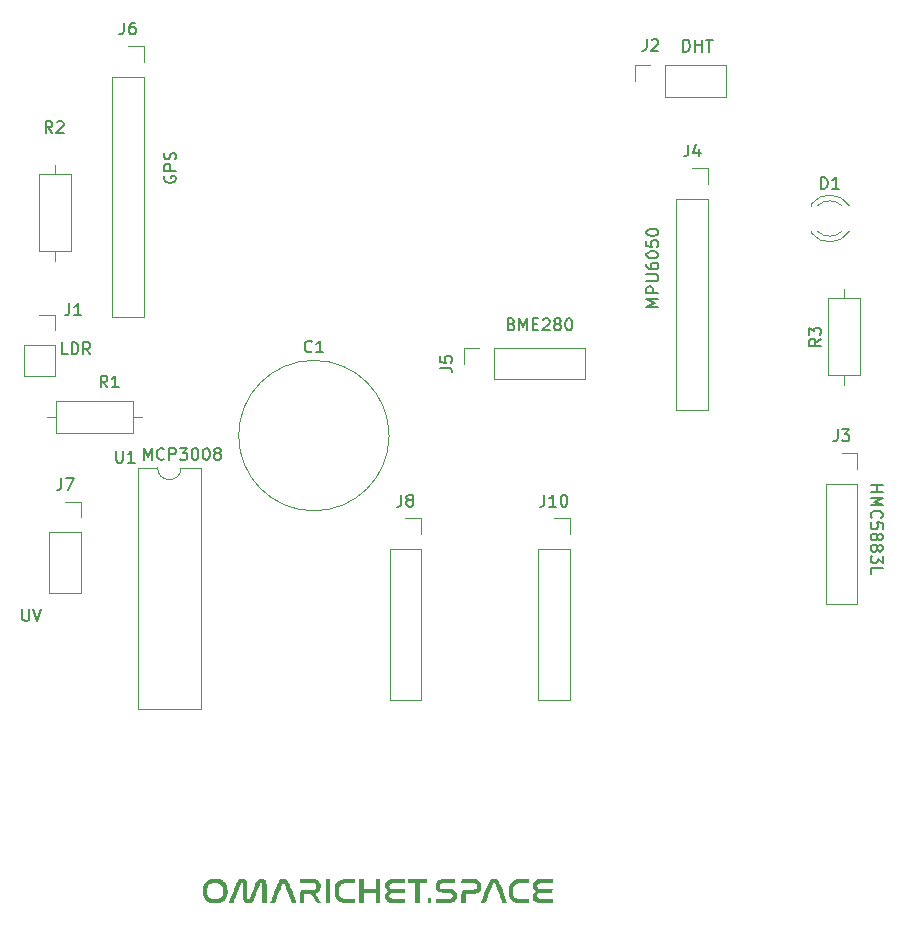
<source format=gbr>
%TF.GenerationSoftware,KiCad,Pcbnew,(6.0.7)*%
%TF.CreationDate,2023-02-02T11:58:54+03:00*%
%TF.ProjectId,Omarichet Sensor Shield 1.3,4f6d6172-6963-4686-9574-2053656e736f,rev?*%
%TF.SameCoordinates,Original*%
%TF.FileFunction,Legend,Top*%
%TF.FilePolarity,Positive*%
%FSLAX46Y46*%
G04 Gerber Fmt 4.6, Leading zero omitted, Abs format (unit mm)*
G04 Created by KiCad (PCBNEW (6.0.7)) date 2023-02-02 11:58:54*
%MOMM*%
%LPD*%
G01*
G04 APERTURE LIST*
%ADD10C,0.150000*%
%ADD11C,0.120000*%
G04 APERTURE END LIST*
D10*
X105201904Y-103942380D02*
X105201904Y-102942380D01*
X105535238Y-103656666D01*
X105868571Y-102942380D01*
X105868571Y-103942380D01*
X106916190Y-103847142D02*
X106868571Y-103894761D01*
X106725714Y-103942380D01*
X106630476Y-103942380D01*
X106487619Y-103894761D01*
X106392380Y-103799523D01*
X106344761Y-103704285D01*
X106297142Y-103513809D01*
X106297142Y-103370952D01*
X106344761Y-103180476D01*
X106392380Y-103085238D01*
X106487619Y-102990000D01*
X106630476Y-102942380D01*
X106725714Y-102942380D01*
X106868571Y-102990000D01*
X106916190Y-103037619D01*
X107344761Y-103942380D02*
X107344761Y-102942380D01*
X107725714Y-102942380D01*
X107820952Y-102990000D01*
X107868571Y-103037619D01*
X107916190Y-103132857D01*
X107916190Y-103275714D01*
X107868571Y-103370952D01*
X107820952Y-103418571D01*
X107725714Y-103466190D01*
X107344761Y-103466190D01*
X108249523Y-102942380D02*
X108868571Y-102942380D01*
X108535238Y-103323333D01*
X108678095Y-103323333D01*
X108773333Y-103370952D01*
X108820952Y-103418571D01*
X108868571Y-103513809D01*
X108868571Y-103751904D01*
X108820952Y-103847142D01*
X108773333Y-103894761D01*
X108678095Y-103942380D01*
X108392380Y-103942380D01*
X108297142Y-103894761D01*
X108249523Y-103847142D01*
X109487619Y-102942380D02*
X109582857Y-102942380D01*
X109678095Y-102990000D01*
X109725714Y-103037619D01*
X109773333Y-103132857D01*
X109820952Y-103323333D01*
X109820952Y-103561428D01*
X109773333Y-103751904D01*
X109725714Y-103847142D01*
X109678095Y-103894761D01*
X109582857Y-103942380D01*
X109487619Y-103942380D01*
X109392380Y-103894761D01*
X109344761Y-103847142D01*
X109297142Y-103751904D01*
X109249523Y-103561428D01*
X109249523Y-103323333D01*
X109297142Y-103132857D01*
X109344761Y-103037619D01*
X109392380Y-102990000D01*
X109487619Y-102942380D01*
X110440000Y-102942380D02*
X110535238Y-102942380D01*
X110630476Y-102990000D01*
X110678095Y-103037619D01*
X110725714Y-103132857D01*
X110773333Y-103323333D01*
X110773333Y-103561428D01*
X110725714Y-103751904D01*
X110678095Y-103847142D01*
X110630476Y-103894761D01*
X110535238Y-103942380D01*
X110440000Y-103942380D01*
X110344761Y-103894761D01*
X110297142Y-103847142D01*
X110249523Y-103751904D01*
X110201904Y-103561428D01*
X110201904Y-103323333D01*
X110249523Y-103132857D01*
X110297142Y-103037619D01*
X110344761Y-102990000D01*
X110440000Y-102942380D01*
X111344761Y-103370952D02*
X111249523Y-103323333D01*
X111201904Y-103275714D01*
X111154285Y-103180476D01*
X111154285Y-103132857D01*
X111201904Y-103037619D01*
X111249523Y-102990000D01*
X111344761Y-102942380D01*
X111535238Y-102942380D01*
X111630476Y-102990000D01*
X111678095Y-103037619D01*
X111725714Y-103132857D01*
X111725714Y-103180476D01*
X111678095Y-103275714D01*
X111630476Y-103323333D01*
X111535238Y-103370952D01*
X111344761Y-103370952D01*
X111249523Y-103418571D01*
X111201904Y-103466190D01*
X111154285Y-103561428D01*
X111154285Y-103751904D01*
X111201904Y-103847142D01*
X111249523Y-103894761D01*
X111344761Y-103942380D01*
X111535238Y-103942380D01*
X111630476Y-103894761D01*
X111678095Y-103847142D01*
X111725714Y-103751904D01*
X111725714Y-103561428D01*
X111678095Y-103466190D01*
X111630476Y-103418571D01*
X111535238Y-103370952D01*
X148752380Y-90951904D02*
X147752380Y-90951904D01*
X148466666Y-90618571D01*
X147752380Y-90285238D01*
X148752380Y-90285238D01*
X148752380Y-89809047D02*
X147752380Y-89809047D01*
X147752380Y-89428095D01*
X147800000Y-89332857D01*
X147847619Y-89285238D01*
X147942857Y-89237619D01*
X148085714Y-89237619D01*
X148180952Y-89285238D01*
X148228571Y-89332857D01*
X148276190Y-89428095D01*
X148276190Y-89809047D01*
X147752380Y-88809047D02*
X148561904Y-88809047D01*
X148657142Y-88761428D01*
X148704761Y-88713809D01*
X148752380Y-88618571D01*
X148752380Y-88428095D01*
X148704761Y-88332857D01*
X148657142Y-88285238D01*
X148561904Y-88237619D01*
X147752380Y-88237619D01*
X147752380Y-87332857D02*
X147752380Y-87523333D01*
X147800000Y-87618571D01*
X147847619Y-87666190D01*
X147990476Y-87761428D01*
X148180952Y-87809047D01*
X148561904Y-87809047D01*
X148657142Y-87761428D01*
X148704761Y-87713809D01*
X148752380Y-87618571D01*
X148752380Y-87428095D01*
X148704761Y-87332857D01*
X148657142Y-87285238D01*
X148561904Y-87237619D01*
X148323809Y-87237619D01*
X148228571Y-87285238D01*
X148180952Y-87332857D01*
X148133333Y-87428095D01*
X148133333Y-87618571D01*
X148180952Y-87713809D01*
X148228571Y-87761428D01*
X148323809Y-87809047D01*
X147752380Y-86618571D02*
X147752380Y-86523333D01*
X147800000Y-86428095D01*
X147847619Y-86380476D01*
X147942857Y-86332857D01*
X148133333Y-86285238D01*
X148371428Y-86285238D01*
X148561904Y-86332857D01*
X148657142Y-86380476D01*
X148704761Y-86428095D01*
X148752380Y-86523333D01*
X148752380Y-86618571D01*
X148704761Y-86713809D01*
X148657142Y-86761428D01*
X148561904Y-86809047D01*
X148371428Y-86856666D01*
X148133333Y-86856666D01*
X147942857Y-86809047D01*
X147847619Y-86761428D01*
X147800000Y-86713809D01*
X147752380Y-86618571D01*
X147752380Y-85380476D02*
X147752380Y-85856666D01*
X148228571Y-85904285D01*
X148180952Y-85856666D01*
X148133333Y-85761428D01*
X148133333Y-85523333D01*
X148180952Y-85428095D01*
X148228571Y-85380476D01*
X148323809Y-85332857D01*
X148561904Y-85332857D01*
X148657142Y-85380476D01*
X148704761Y-85428095D01*
X148752380Y-85523333D01*
X148752380Y-85761428D01*
X148704761Y-85856666D01*
X148657142Y-85904285D01*
X147752380Y-84713809D02*
X147752380Y-84618571D01*
X147800000Y-84523333D01*
X147847619Y-84475714D01*
X147942857Y-84428095D01*
X148133333Y-84380476D01*
X148371428Y-84380476D01*
X148561904Y-84428095D01*
X148657142Y-84475714D01*
X148704761Y-84523333D01*
X148752380Y-84618571D01*
X148752380Y-84713809D01*
X148704761Y-84809047D01*
X148657142Y-84856666D01*
X148561904Y-84904285D01*
X148371428Y-84951904D01*
X148133333Y-84951904D01*
X147942857Y-84904285D01*
X147847619Y-84856666D01*
X147800000Y-84809047D01*
X147752380Y-84713809D01*
X98759523Y-94992380D02*
X98283333Y-94992380D01*
X98283333Y-93992380D01*
X99092857Y-94992380D02*
X99092857Y-93992380D01*
X99330952Y-93992380D01*
X99473809Y-94040000D01*
X99569047Y-94135238D01*
X99616666Y-94230476D01*
X99664285Y-94420952D01*
X99664285Y-94563809D01*
X99616666Y-94754285D01*
X99569047Y-94849523D01*
X99473809Y-94944761D01*
X99330952Y-94992380D01*
X99092857Y-94992380D01*
X100664285Y-94992380D02*
X100330952Y-94516190D01*
X100092857Y-94992380D02*
X100092857Y-93992380D01*
X100473809Y-93992380D01*
X100569047Y-94040000D01*
X100616666Y-94087619D01*
X100664285Y-94182857D01*
X100664285Y-94325714D01*
X100616666Y-94420952D01*
X100569047Y-94468571D01*
X100473809Y-94516190D01*
X100092857Y-94516190D01*
X166747619Y-106083333D02*
X167747619Y-106083333D01*
X167271428Y-106083333D02*
X167271428Y-106654761D01*
X166747619Y-106654761D02*
X167747619Y-106654761D01*
X166747619Y-107130952D02*
X167747619Y-107130952D01*
X167033333Y-107464285D01*
X167747619Y-107797619D01*
X166747619Y-107797619D01*
X166842857Y-108845238D02*
X166795238Y-108797619D01*
X166747619Y-108654761D01*
X166747619Y-108559523D01*
X166795238Y-108416666D01*
X166890476Y-108321428D01*
X166985714Y-108273809D01*
X167176190Y-108226190D01*
X167319047Y-108226190D01*
X167509523Y-108273809D01*
X167604761Y-108321428D01*
X167700000Y-108416666D01*
X167747619Y-108559523D01*
X167747619Y-108654761D01*
X167700000Y-108797619D01*
X167652380Y-108845238D01*
X167747619Y-109750000D02*
X167747619Y-109273809D01*
X167271428Y-109226190D01*
X167319047Y-109273809D01*
X167366666Y-109369047D01*
X167366666Y-109607142D01*
X167319047Y-109702380D01*
X167271428Y-109750000D01*
X167176190Y-109797619D01*
X166938095Y-109797619D01*
X166842857Y-109750000D01*
X166795238Y-109702380D01*
X166747619Y-109607142D01*
X166747619Y-109369047D01*
X166795238Y-109273809D01*
X166842857Y-109226190D01*
X167319047Y-110369047D02*
X167366666Y-110273809D01*
X167414285Y-110226190D01*
X167509523Y-110178571D01*
X167557142Y-110178571D01*
X167652380Y-110226190D01*
X167700000Y-110273809D01*
X167747619Y-110369047D01*
X167747619Y-110559523D01*
X167700000Y-110654761D01*
X167652380Y-110702380D01*
X167557142Y-110750000D01*
X167509523Y-110750000D01*
X167414285Y-110702380D01*
X167366666Y-110654761D01*
X167319047Y-110559523D01*
X167319047Y-110369047D01*
X167271428Y-110273809D01*
X167223809Y-110226190D01*
X167128571Y-110178571D01*
X166938095Y-110178571D01*
X166842857Y-110226190D01*
X166795238Y-110273809D01*
X166747619Y-110369047D01*
X166747619Y-110559523D01*
X166795238Y-110654761D01*
X166842857Y-110702380D01*
X166938095Y-110750000D01*
X167128571Y-110750000D01*
X167223809Y-110702380D01*
X167271428Y-110654761D01*
X167319047Y-110559523D01*
X167319047Y-111321428D02*
X167366666Y-111226190D01*
X167414285Y-111178571D01*
X167509523Y-111130952D01*
X167557142Y-111130952D01*
X167652380Y-111178571D01*
X167700000Y-111226190D01*
X167747619Y-111321428D01*
X167747619Y-111511904D01*
X167700000Y-111607142D01*
X167652380Y-111654761D01*
X167557142Y-111702380D01*
X167509523Y-111702380D01*
X167414285Y-111654761D01*
X167366666Y-111607142D01*
X167319047Y-111511904D01*
X167319047Y-111321428D01*
X167271428Y-111226190D01*
X167223809Y-111178571D01*
X167128571Y-111130952D01*
X166938095Y-111130952D01*
X166842857Y-111178571D01*
X166795238Y-111226190D01*
X166747619Y-111321428D01*
X166747619Y-111511904D01*
X166795238Y-111607142D01*
X166842857Y-111654761D01*
X166938095Y-111702380D01*
X167128571Y-111702380D01*
X167223809Y-111654761D01*
X167271428Y-111607142D01*
X167319047Y-111511904D01*
X167747619Y-112035714D02*
X167747619Y-112654761D01*
X167366666Y-112321428D01*
X167366666Y-112464285D01*
X167319047Y-112559523D01*
X167271428Y-112607142D01*
X167176190Y-112654761D01*
X166938095Y-112654761D01*
X166842857Y-112607142D01*
X166795238Y-112559523D01*
X166747619Y-112464285D01*
X166747619Y-112178571D01*
X166795238Y-112083333D01*
X166842857Y-112035714D01*
X166747619Y-113559523D02*
X166747619Y-113083333D01*
X167747619Y-113083333D01*
X94925714Y-116582380D02*
X94925714Y-117391904D01*
X94973333Y-117487142D01*
X95020952Y-117534761D01*
X95116190Y-117582380D01*
X95306666Y-117582380D01*
X95401904Y-117534761D01*
X95449523Y-117487142D01*
X95497142Y-117391904D01*
X95497142Y-116582380D01*
X95830476Y-116582380D02*
X96163809Y-117582380D01*
X96497142Y-116582380D01*
X106975000Y-79914285D02*
X106927380Y-80009523D01*
X106927380Y-80152380D01*
X106975000Y-80295238D01*
X107070238Y-80390476D01*
X107165476Y-80438095D01*
X107355952Y-80485714D01*
X107498809Y-80485714D01*
X107689285Y-80438095D01*
X107784523Y-80390476D01*
X107879761Y-80295238D01*
X107927380Y-80152380D01*
X107927380Y-80057142D01*
X107879761Y-79914285D01*
X107832142Y-79866666D01*
X107498809Y-79866666D01*
X107498809Y-80057142D01*
X107927380Y-79438095D02*
X106927380Y-79438095D01*
X106927380Y-79057142D01*
X106975000Y-78961904D01*
X107022619Y-78914285D01*
X107117857Y-78866666D01*
X107260714Y-78866666D01*
X107355952Y-78914285D01*
X107403571Y-78961904D01*
X107451190Y-79057142D01*
X107451190Y-79438095D01*
X107879761Y-78485714D02*
X107927380Y-78342857D01*
X107927380Y-78104761D01*
X107879761Y-78009523D01*
X107832142Y-77961904D01*
X107736904Y-77914285D01*
X107641666Y-77914285D01*
X107546428Y-77961904D01*
X107498809Y-78009523D01*
X107451190Y-78104761D01*
X107403571Y-78295238D01*
X107355952Y-78390476D01*
X107308333Y-78438095D01*
X107213095Y-78485714D01*
X107117857Y-78485714D01*
X107022619Y-78438095D01*
X106975000Y-78390476D01*
X106927380Y-78295238D01*
X106927380Y-78057142D01*
X106975000Y-77914285D01*
X150878333Y-69367380D02*
X150878333Y-68367380D01*
X151116428Y-68367380D01*
X151259285Y-68415000D01*
X151354523Y-68510238D01*
X151402142Y-68605476D01*
X151449761Y-68795952D01*
X151449761Y-68938809D01*
X151402142Y-69129285D01*
X151354523Y-69224523D01*
X151259285Y-69319761D01*
X151116428Y-69367380D01*
X150878333Y-69367380D01*
X151878333Y-69367380D02*
X151878333Y-68367380D01*
X151878333Y-68843571D02*
X152449761Y-68843571D01*
X152449761Y-69367380D02*
X152449761Y-68367380D01*
X152783095Y-68367380D02*
X153354523Y-68367380D01*
X153068809Y-69367380D02*
X153068809Y-68367380D01*
X136329047Y-92438571D02*
X136471904Y-92486190D01*
X136519523Y-92533809D01*
X136567142Y-92629047D01*
X136567142Y-92771904D01*
X136519523Y-92867142D01*
X136471904Y-92914761D01*
X136376666Y-92962380D01*
X135995714Y-92962380D01*
X135995714Y-91962380D01*
X136329047Y-91962380D01*
X136424285Y-92010000D01*
X136471904Y-92057619D01*
X136519523Y-92152857D01*
X136519523Y-92248095D01*
X136471904Y-92343333D01*
X136424285Y-92390952D01*
X136329047Y-92438571D01*
X135995714Y-92438571D01*
X136995714Y-92962380D02*
X136995714Y-91962380D01*
X137329047Y-92676666D01*
X137662380Y-91962380D01*
X137662380Y-92962380D01*
X138138571Y-92438571D02*
X138471904Y-92438571D01*
X138614761Y-92962380D02*
X138138571Y-92962380D01*
X138138571Y-91962380D01*
X138614761Y-91962380D01*
X138995714Y-92057619D02*
X139043333Y-92010000D01*
X139138571Y-91962380D01*
X139376666Y-91962380D01*
X139471904Y-92010000D01*
X139519523Y-92057619D01*
X139567142Y-92152857D01*
X139567142Y-92248095D01*
X139519523Y-92390952D01*
X138948095Y-92962380D01*
X139567142Y-92962380D01*
X140138571Y-92390952D02*
X140043333Y-92343333D01*
X139995714Y-92295714D01*
X139948095Y-92200476D01*
X139948095Y-92152857D01*
X139995714Y-92057619D01*
X140043333Y-92010000D01*
X140138571Y-91962380D01*
X140329047Y-91962380D01*
X140424285Y-92010000D01*
X140471904Y-92057619D01*
X140519523Y-92152857D01*
X140519523Y-92200476D01*
X140471904Y-92295714D01*
X140424285Y-92343333D01*
X140329047Y-92390952D01*
X140138571Y-92390952D01*
X140043333Y-92438571D01*
X139995714Y-92486190D01*
X139948095Y-92581428D01*
X139948095Y-92771904D01*
X139995714Y-92867142D01*
X140043333Y-92914761D01*
X140138571Y-92962380D01*
X140329047Y-92962380D01*
X140424285Y-92914761D01*
X140471904Y-92867142D01*
X140519523Y-92771904D01*
X140519523Y-92581428D01*
X140471904Y-92486190D01*
X140424285Y-92438571D01*
X140329047Y-92390952D01*
X141138571Y-91962380D02*
X141233809Y-91962380D01*
X141329047Y-92010000D01*
X141376666Y-92057619D01*
X141424285Y-92152857D01*
X141471904Y-92343333D01*
X141471904Y-92581428D01*
X141424285Y-92771904D01*
X141376666Y-92867142D01*
X141329047Y-92914761D01*
X141233809Y-92962380D01*
X141138571Y-92962380D01*
X141043333Y-92914761D01*
X140995714Y-92867142D01*
X140948095Y-92771904D01*
X140900476Y-92581428D01*
X140900476Y-92343333D01*
X140948095Y-92152857D01*
X140995714Y-92057619D01*
X141043333Y-92010000D01*
X141138571Y-91962380D01*
%TO.C,D1*%
X162536904Y-80992380D02*
X162536904Y-79992380D01*
X162775000Y-79992380D01*
X162917857Y-80040000D01*
X163013095Y-80135238D01*
X163060714Y-80230476D01*
X163108333Y-80420952D01*
X163108333Y-80563809D01*
X163060714Y-80754285D01*
X163013095Y-80849523D01*
X162917857Y-80944761D01*
X162775000Y-80992380D01*
X162536904Y-80992380D01*
X164060714Y-80992380D02*
X163489285Y-80992380D01*
X163775000Y-80992380D02*
X163775000Y-79992380D01*
X163679761Y-80135238D01*
X163584523Y-80230476D01*
X163489285Y-80278095D01*
%TO.C,R2*%
X97463333Y-76272380D02*
X97130000Y-75796190D01*
X96891904Y-76272380D02*
X96891904Y-75272380D01*
X97272857Y-75272380D01*
X97368095Y-75320000D01*
X97415714Y-75367619D01*
X97463333Y-75462857D01*
X97463333Y-75605714D01*
X97415714Y-75700952D01*
X97368095Y-75748571D01*
X97272857Y-75796190D01*
X96891904Y-75796190D01*
X97844285Y-75367619D02*
X97891904Y-75320000D01*
X97987142Y-75272380D01*
X98225238Y-75272380D01*
X98320476Y-75320000D01*
X98368095Y-75367619D01*
X98415714Y-75462857D01*
X98415714Y-75558095D01*
X98368095Y-75700952D01*
X97796666Y-76272380D01*
X98415714Y-76272380D01*
%TO.C,U1*%
X102848095Y-103162380D02*
X102848095Y-103971904D01*
X102895714Y-104067142D01*
X102943333Y-104114761D01*
X103038571Y-104162380D01*
X103229047Y-104162380D01*
X103324285Y-104114761D01*
X103371904Y-104067142D01*
X103419523Y-103971904D01*
X103419523Y-103162380D01*
X104419523Y-104162380D02*
X103848095Y-104162380D01*
X104133809Y-104162380D02*
X104133809Y-103162380D01*
X104038571Y-103305238D01*
X103943333Y-103400476D01*
X103848095Y-103448095D01*
%TO.C,J7*%
X98201666Y-105497380D02*
X98201666Y-106211666D01*
X98154047Y-106354523D01*
X98058809Y-106449761D01*
X97915952Y-106497380D01*
X97820714Y-106497380D01*
X98582619Y-105497380D02*
X99249285Y-105497380D01*
X98820714Y-106497380D01*
%TO.C,C1*%
X119433333Y-94737142D02*
X119385714Y-94784761D01*
X119242857Y-94832380D01*
X119147619Y-94832380D01*
X119004761Y-94784761D01*
X118909523Y-94689523D01*
X118861904Y-94594285D01*
X118814285Y-94403809D01*
X118814285Y-94260952D01*
X118861904Y-94070476D01*
X118909523Y-93975238D01*
X119004761Y-93880000D01*
X119147619Y-93832380D01*
X119242857Y-93832380D01*
X119385714Y-93880000D01*
X119433333Y-93927619D01*
X120385714Y-94832380D02*
X119814285Y-94832380D01*
X120100000Y-94832380D02*
X120100000Y-93832380D01*
X120004761Y-93975238D01*
X119909523Y-94070476D01*
X119814285Y-94118095D01*
%TO.C,J1*%
X98896666Y-90682380D02*
X98896666Y-91396666D01*
X98849047Y-91539523D01*
X98753809Y-91634761D01*
X98610952Y-91682380D01*
X98515714Y-91682380D01*
X99896666Y-91682380D02*
X99325238Y-91682380D01*
X99610952Y-91682380D02*
X99610952Y-90682380D01*
X99515714Y-90825238D01*
X99420476Y-90920476D01*
X99325238Y-90968095D01*
%TO.C,J5*%
X130292380Y-96128333D02*
X131006666Y-96128333D01*
X131149523Y-96175952D01*
X131244761Y-96271190D01*
X131292380Y-96414047D01*
X131292380Y-96509285D01*
X130292380Y-95175952D02*
X130292380Y-95652142D01*
X130768571Y-95699761D01*
X130720952Y-95652142D01*
X130673333Y-95556904D01*
X130673333Y-95318809D01*
X130720952Y-95223571D01*
X130768571Y-95175952D01*
X130863809Y-95128333D01*
X131101904Y-95128333D01*
X131197142Y-95175952D01*
X131244761Y-95223571D01*
X131292380Y-95318809D01*
X131292380Y-95556904D01*
X131244761Y-95652142D01*
X131197142Y-95699761D01*
%TO.C,J4*%
X151291666Y-77247380D02*
X151291666Y-77961666D01*
X151244047Y-78104523D01*
X151148809Y-78199761D01*
X151005952Y-78247380D01*
X150910714Y-78247380D01*
X152196428Y-77580714D02*
X152196428Y-78247380D01*
X151958333Y-77199761D02*
X151720238Y-77914047D01*
X152339285Y-77914047D01*
%TO.C,J2*%
X147771666Y-68307380D02*
X147771666Y-69021666D01*
X147724047Y-69164523D01*
X147628809Y-69259761D01*
X147485952Y-69307380D01*
X147390714Y-69307380D01*
X148200238Y-68402619D02*
X148247857Y-68355000D01*
X148343095Y-68307380D01*
X148581190Y-68307380D01*
X148676428Y-68355000D01*
X148724047Y-68402619D01*
X148771666Y-68497857D01*
X148771666Y-68593095D01*
X148724047Y-68735952D01*
X148152619Y-69307380D01*
X148771666Y-69307380D01*
%TO.C,J10*%
X139115476Y-106887380D02*
X139115476Y-107601666D01*
X139067857Y-107744523D01*
X138972619Y-107839761D01*
X138829761Y-107887380D01*
X138734523Y-107887380D01*
X140115476Y-107887380D02*
X139544047Y-107887380D01*
X139829761Y-107887380D02*
X139829761Y-106887380D01*
X139734523Y-107030238D01*
X139639285Y-107125476D01*
X139544047Y-107173095D01*
X140734523Y-106887380D02*
X140829761Y-106887380D01*
X140925000Y-106935000D01*
X140972619Y-106982619D01*
X141020238Y-107077857D01*
X141067857Y-107268333D01*
X141067857Y-107506428D01*
X141020238Y-107696904D01*
X140972619Y-107792142D01*
X140925000Y-107839761D01*
X140829761Y-107887380D01*
X140734523Y-107887380D01*
X140639285Y-107839761D01*
X140591666Y-107792142D01*
X140544047Y-107696904D01*
X140496428Y-107506428D01*
X140496428Y-107268333D01*
X140544047Y-107077857D01*
X140591666Y-106982619D01*
X140639285Y-106935000D01*
X140734523Y-106887380D01*
%TO.C,J3*%
X163941666Y-101362380D02*
X163941666Y-102076666D01*
X163894047Y-102219523D01*
X163798809Y-102314761D01*
X163655952Y-102362380D01*
X163560714Y-102362380D01*
X164322619Y-101362380D02*
X164941666Y-101362380D01*
X164608333Y-101743333D01*
X164751190Y-101743333D01*
X164846428Y-101790952D01*
X164894047Y-101838571D01*
X164941666Y-101933809D01*
X164941666Y-102171904D01*
X164894047Y-102267142D01*
X164846428Y-102314761D01*
X164751190Y-102362380D01*
X164465476Y-102362380D01*
X164370238Y-102314761D01*
X164322619Y-102267142D01*
%TO.C,J8*%
X127006666Y-106892380D02*
X127006666Y-107606666D01*
X126959047Y-107749523D01*
X126863809Y-107844761D01*
X126720952Y-107892380D01*
X126625714Y-107892380D01*
X127625714Y-107320952D02*
X127530476Y-107273333D01*
X127482857Y-107225714D01*
X127435238Y-107130476D01*
X127435238Y-107082857D01*
X127482857Y-106987619D01*
X127530476Y-106940000D01*
X127625714Y-106892380D01*
X127816190Y-106892380D01*
X127911428Y-106940000D01*
X127959047Y-106987619D01*
X128006666Y-107082857D01*
X128006666Y-107130476D01*
X127959047Y-107225714D01*
X127911428Y-107273333D01*
X127816190Y-107320952D01*
X127625714Y-107320952D01*
X127530476Y-107368571D01*
X127482857Y-107416190D01*
X127435238Y-107511428D01*
X127435238Y-107701904D01*
X127482857Y-107797142D01*
X127530476Y-107844761D01*
X127625714Y-107892380D01*
X127816190Y-107892380D01*
X127911428Y-107844761D01*
X127959047Y-107797142D01*
X128006666Y-107701904D01*
X128006666Y-107511428D01*
X127959047Y-107416190D01*
X127911428Y-107368571D01*
X127816190Y-107320952D01*
%TO.C,R1*%
X102113333Y-97802380D02*
X101780000Y-97326190D01*
X101541904Y-97802380D02*
X101541904Y-96802380D01*
X101922857Y-96802380D01*
X102018095Y-96850000D01*
X102065714Y-96897619D01*
X102113333Y-96992857D01*
X102113333Y-97135714D01*
X102065714Y-97230952D01*
X102018095Y-97278571D01*
X101922857Y-97326190D01*
X101541904Y-97326190D01*
X103065714Y-97802380D02*
X102494285Y-97802380D01*
X102780000Y-97802380D02*
X102780000Y-96802380D01*
X102684761Y-96945238D01*
X102589523Y-97040476D01*
X102494285Y-97088095D01*
%TO.C,R3*%
X162542380Y-93686666D02*
X162066190Y-94020000D01*
X162542380Y-94258095D02*
X161542380Y-94258095D01*
X161542380Y-93877142D01*
X161590000Y-93781904D01*
X161637619Y-93734285D01*
X161732857Y-93686666D01*
X161875714Y-93686666D01*
X161970952Y-93734285D01*
X162018571Y-93781904D01*
X162066190Y-93877142D01*
X162066190Y-94258095D01*
X161542380Y-93353333D02*
X161542380Y-92734285D01*
X161923333Y-93067619D01*
X161923333Y-92924761D01*
X161970952Y-92829523D01*
X162018571Y-92781904D01*
X162113809Y-92734285D01*
X162351904Y-92734285D01*
X162447142Y-92781904D01*
X162494761Y-92829523D01*
X162542380Y-92924761D01*
X162542380Y-93210476D01*
X162494761Y-93305714D01*
X162447142Y-93353333D01*
%TO.C,J6*%
X103521666Y-66912380D02*
X103521666Y-67626666D01*
X103474047Y-67769523D01*
X103378809Y-67864761D01*
X103235952Y-67912380D01*
X103140714Y-67912380D01*
X104426428Y-66912380D02*
X104235952Y-66912380D01*
X104140714Y-66960000D01*
X104093095Y-67007619D01*
X103997857Y-67150476D01*
X103950238Y-67340952D01*
X103950238Y-67721904D01*
X103997857Y-67817142D01*
X104045476Y-67864761D01*
X104140714Y-67912380D01*
X104331190Y-67912380D01*
X104426428Y-67864761D01*
X104474047Y-67817142D01*
X104521666Y-67721904D01*
X104521666Y-67483809D01*
X104474047Y-67388571D01*
X104426428Y-67340952D01*
X104331190Y-67293333D01*
X104140714Y-67293333D01*
X104045476Y-67340952D01*
X103997857Y-67388571D01*
X103950238Y-67483809D01*
D11*
%TO.C,D1*%
X161715000Y-84580000D02*
X161715000Y-84736000D01*
X161715000Y-82264000D02*
X161715000Y-82420000D01*
X164947335Y-82421392D02*
G75*
G03*
X161715000Y-82264484I-1672335J-1078608D01*
G01*
X164316130Y-82420163D02*
G75*
G03*
X162234039Y-82420000I-1041130J-1079837D01*
G01*
X162234039Y-84580000D02*
G75*
G03*
X164316130Y-84579837I1040961J1080000D01*
G01*
X161715000Y-84735516D02*
G75*
G03*
X164947335Y-84578608I1560000J1235516D01*
G01*
%TO.C,R2*%
X99060000Y-79750000D02*
X96320000Y-79750000D01*
X97690000Y-87060000D02*
X97690000Y-86290000D01*
X99060000Y-86290000D02*
X99060000Y-79750000D01*
X96320000Y-79750000D02*
X96320000Y-86290000D01*
X96320000Y-86290000D02*
X99060000Y-86290000D01*
X97690000Y-78980000D02*
X97690000Y-79750000D01*
%TO.C,U1*%
X110010000Y-104605000D02*
X108360000Y-104605000D01*
X110010000Y-125045000D02*
X110010000Y-104605000D01*
X106360000Y-104605000D02*
X104710000Y-104605000D01*
X104710000Y-125045000D02*
X110010000Y-125045000D01*
X104710000Y-104605000D02*
X104710000Y-125045000D01*
X106360000Y-104605000D02*
G75*
G03*
X108360000Y-104605000I1000000J0D01*
G01*
%TO.C,J7*%
X99865000Y-110085000D02*
X99865000Y-115225000D01*
X97205000Y-115225000D02*
X99865000Y-115225000D01*
X97205000Y-110085000D02*
X97205000Y-115225000D01*
X98535000Y-107485000D02*
X99865000Y-107485000D01*
X97205000Y-110085000D02*
X99865000Y-110085000D01*
X99865000Y-107485000D02*
X99865000Y-108815000D01*
%TO.C,C1*%
X125970000Y-101880000D02*
G75*
G03*
X125970000Y-101880000I-6370000J0D01*
G01*
%TO.C,J1*%
X96360000Y-91640000D02*
X97690000Y-91640000D01*
X95030000Y-96840000D02*
X97690000Y-96840000D01*
X95030000Y-94240000D02*
X95030000Y-96840000D01*
X95030000Y-94240000D02*
X97690000Y-94240000D01*
X97690000Y-94240000D02*
X97690000Y-96840000D01*
X97690000Y-91640000D02*
X97690000Y-92970000D01*
%TO.C,J5*%
X134880000Y-97125000D02*
X142560000Y-97125000D01*
X132280000Y-94465000D02*
X133610000Y-94465000D01*
X142560000Y-97125000D02*
X142560000Y-94465000D01*
X134880000Y-97125000D02*
X134880000Y-94465000D01*
X132280000Y-95795000D02*
X132280000Y-94465000D01*
X134880000Y-94465000D02*
X142560000Y-94465000D01*
%TO.C,G\u002A\u002A\u002A*%
G36*
X127304977Y-139782586D02*
G01*
X126751504Y-139782586D01*
X126553604Y-139783360D01*
X126397133Y-139786335D01*
X126276626Y-139792488D01*
X126186623Y-139802796D01*
X126121659Y-139818238D01*
X126076273Y-139839792D01*
X126045002Y-139868434D01*
X126022383Y-139905142D01*
X126018292Y-139913813D01*
X125991436Y-140017862D01*
X126003989Y-140113932D01*
X126052222Y-140192646D01*
X126132410Y-140244624D01*
X126152310Y-140251086D01*
X126200351Y-140258002D01*
X126287232Y-140264139D01*
X126404887Y-140269183D01*
X126545251Y-140272824D01*
X126700259Y-140274751D01*
X126771413Y-140274976D01*
X127304977Y-140275107D01*
X127304977Y-140574688D01*
X126731650Y-140583535D01*
X126551876Y-140586533D01*
X126412872Y-140589655D01*
X126308502Y-140593452D01*
X126232630Y-140598477D01*
X126179121Y-140605283D01*
X126141841Y-140614421D01*
X126114654Y-140626444D01*
X126092546Y-140641071D01*
X126012944Y-140721139D01*
X125978917Y-140810643D01*
X125988978Y-140908882D01*
X126005914Y-140959124D01*
X126026777Y-140998749D01*
X126056977Y-141029100D01*
X126101926Y-141051523D01*
X126167037Y-141067361D01*
X126257721Y-141077960D01*
X126379390Y-141084663D01*
X126537455Y-141088814D01*
X126724506Y-141091598D01*
X127304977Y-141098947D01*
X127304977Y-141447775D01*
X126712780Y-141445419D01*
X126545580Y-141443951D01*
X126389452Y-141441072D01*
X126251957Y-141437040D01*
X126140653Y-141432114D01*
X126063099Y-141426551D01*
X126031870Y-141422174D01*
X125879026Y-141365352D01*
X125759371Y-141276075D01*
X125674871Y-141156891D01*
X125627492Y-141010350D01*
X125617495Y-140884894D01*
X125638463Y-140729348D01*
X125698288Y-140599547D01*
X125776425Y-140512587D01*
X125869057Y-140433447D01*
X125768600Y-140336687D01*
X125678612Y-140220770D01*
X125628246Y-140090987D01*
X125615489Y-139955079D01*
X125638330Y-139820791D01*
X125694758Y-139695864D01*
X125782761Y-139588043D01*
X125900328Y-139505069D01*
X125994448Y-139467289D01*
X126045025Y-139455245D01*
X126109575Y-139446006D01*
X126194212Y-139439261D01*
X126305049Y-139434697D01*
X126448200Y-139432005D01*
X126629778Y-139430872D01*
X126711173Y-139430785D01*
X127304977Y-139430785D01*
X127304977Y-139782586D01*
G37*
G36*
X113672118Y-139416374D02*
G01*
X113788670Y-139463603D01*
X113879171Y-139535620D01*
X113895975Y-139556807D01*
X113910677Y-139578984D01*
X113922458Y-139603374D01*
X113931757Y-139635347D01*
X113939010Y-139680277D01*
X113944656Y-139743535D01*
X113949131Y-139830493D01*
X113952874Y-139946524D01*
X113956321Y-140096999D01*
X113959910Y-140287291D01*
X113961155Y-140357193D01*
X113964477Y-140536759D01*
X113967783Y-140700521D01*
X113970936Y-140842789D01*
X113973798Y-140957872D01*
X113976233Y-141040080D01*
X113978105Y-141083722D01*
X113978745Y-141089286D01*
X114000524Y-141102920D01*
X114030370Y-141119428D01*
X114056897Y-141131072D01*
X114081813Y-141133996D01*
X114106745Y-141124938D01*
X114133320Y-141100640D01*
X114163165Y-141057840D01*
X114197908Y-140993279D01*
X114239174Y-140903697D01*
X114288592Y-140785833D01*
X114347787Y-140636427D01*
X114418388Y-140452220D01*
X114502020Y-140229950D01*
X114584172Y-140009728D01*
X114656493Y-139824131D01*
X114721897Y-139679290D01*
X114784835Y-139570449D01*
X114849756Y-139492857D01*
X114921110Y-139441759D01*
X115003347Y-139412401D01*
X115100917Y-139400029D01*
X115156132Y-139398728D01*
X115308083Y-139416076D01*
X115430709Y-139467026D01*
X115521427Y-139549936D01*
X115577651Y-139663164D01*
X115578852Y-139667272D01*
X115584400Y-139709963D01*
X115589407Y-139794190D01*
X115593741Y-139914583D01*
X115597270Y-140065774D01*
X115599862Y-140242394D01*
X115601385Y-140439073D01*
X115601746Y-140597436D01*
X115601746Y-141447775D01*
X115249945Y-141447775D01*
X115249945Y-140628582D01*
X115249727Y-140407547D01*
X115248938Y-140228771D01*
X115247379Y-140087607D01*
X115244851Y-139979409D01*
X115241151Y-139899530D01*
X115236082Y-139843325D01*
X115229442Y-139806146D01*
X115221032Y-139783348D01*
X115213090Y-139772534D01*
X115169904Y-139742630D01*
X115144405Y-139735679D01*
X115124467Y-139737425D01*
X115105561Y-139745154D01*
X115085979Y-139762602D01*
X115064015Y-139793506D01*
X115037961Y-139841601D01*
X115006112Y-139910624D01*
X114966759Y-140004312D01*
X114918196Y-140126401D01*
X114858716Y-140280627D01*
X114786613Y-140470727D01*
X114700179Y-140700436D01*
X114684115Y-140743219D01*
X114614419Y-140926250D01*
X114556710Y-141070421D01*
X114507954Y-141181311D01*
X114465119Y-141264497D01*
X114425170Y-141325557D01*
X114385076Y-141370068D01*
X114341803Y-141403609D01*
X114316780Y-141418710D01*
X114202222Y-141460440D01*
X114068733Y-141474483D01*
X113934577Y-141461053D01*
X113818020Y-141420361D01*
X113804547Y-141412742D01*
X113758201Y-141383452D01*
X113720914Y-141353498D01*
X113691656Y-141317642D01*
X113669395Y-141270648D01*
X113653098Y-141207278D01*
X113641736Y-141122296D01*
X113634275Y-141010465D01*
X113629685Y-140866547D01*
X113626934Y-140685306D01*
X113625309Y-140502782D01*
X113623352Y-140292672D01*
X113620660Y-140124765D01*
X113616557Y-139994354D01*
X113610368Y-139896735D01*
X113601415Y-139827203D01*
X113589025Y-139781053D01*
X113572521Y-139753580D01*
X113551229Y-139740079D01*
X113524471Y-139735846D01*
X113515159Y-139735679D01*
X113498095Y-139736716D01*
X113481829Y-139741860D01*
X113465070Y-139754158D01*
X113446526Y-139776660D01*
X113424907Y-139812414D01*
X113398922Y-139864468D01*
X113367278Y-139935870D01*
X113328686Y-140029669D01*
X113281852Y-140148914D01*
X113225487Y-140296652D01*
X113158300Y-140475933D01*
X113078998Y-140689804D01*
X112986290Y-140941315D01*
X112878886Y-141233513D01*
X112866949Y-141266011D01*
X112800184Y-141447775D01*
X112417228Y-141447775D01*
X112591717Y-140984571D01*
X112657894Y-140808212D01*
X112731432Y-140611096D01*
X112805964Y-140410369D01*
X112875119Y-140223172D01*
X112920636Y-140099206D01*
X112988998Y-139916609D01*
X113046913Y-139773194D01*
X113097598Y-139663270D01*
X113144268Y-139581148D01*
X113190140Y-139521136D01*
X113238429Y-139477544D01*
X113289768Y-139446004D01*
X113410307Y-139405315D01*
X113541878Y-139396191D01*
X113672118Y-139416374D01*
G37*
G36*
X137788634Y-139779249D02*
G01*
X137290250Y-139786781D01*
X137118893Y-139789881D01*
X136987785Y-139793704D01*
X136890269Y-139798817D01*
X136819686Y-139805786D01*
X136769379Y-139815175D01*
X136732690Y-139827552D01*
X136716393Y-139835570D01*
X136611106Y-139911219D01*
X136534328Y-140010076D01*
X136483806Y-140137282D01*
X136457288Y-140297976D01*
X136451792Y-140439280D01*
X136463058Y-140631708D01*
X136497935Y-140786216D01*
X136558038Y-140906312D01*
X136644983Y-140995506D01*
X136730730Y-141045110D01*
X136771392Y-141058842D01*
X136828497Y-141069535D01*
X136908432Y-141077704D01*
X137017583Y-141083870D01*
X137162336Y-141088550D01*
X137301976Y-141091465D01*
X137788634Y-141100074D01*
X137788634Y-141447775D01*
X137301976Y-141445678D01*
X137101850Y-141443169D01*
X136936972Y-141437633D01*
X136810839Y-141429256D01*
X136726948Y-141418224D01*
X136709779Y-141414214D01*
X136524318Y-141340519D01*
X136369397Y-141231858D01*
X136246802Y-141089804D01*
X136165800Y-140935251D01*
X136145079Y-140878712D01*
X136130520Y-140823180D01*
X136121068Y-140758775D01*
X136115667Y-140675614D01*
X136113259Y-140563816D01*
X136112778Y-140439280D01*
X136113435Y-140296100D01*
X136116137Y-140189830D01*
X136121981Y-140110485D01*
X136132063Y-140048078D01*
X136147481Y-139992623D01*
X136167851Y-139937828D01*
X136250510Y-139783710D01*
X136363757Y-139648702D01*
X136477380Y-139558431D01*
X136548059Y-139518026D01*
X136621055Y-139486894D01*
X136703653Y-139463907D01*
X136803137Y-139447934D01*
X136926794Y-139437845D01*
X137081906Y-139432510D01*
X137275759Y-139430801D01*
X137300370Y-139430785D01*
X137788634Y-139430785D01*
X137788634Y-139779249D01*
G37*
G36*
X139829077Y-139782586D02*
G01*
X139277170Y-139782586D01*
X139077441Y-139783442D01*
X138919207Y-139786567D01*
X138797076Y-139792794D01*
X138705659Y-139802954D01*
X138639564Y-139817881D01*
X138593402Y-139838409D01*
X138561781Y-139865369D01*
X138541030Y-139896325D01*
X138519908Y-139970172D01*
X138518182Y-140059852D01*
X138534966Y-140141980D01*
X138551560Y-140175163D01*
X138579497Y-140205234D01*
X138619869Y-140228807D01*
X138678045Y-140246613D01*
X138759394Y-140259384D01*
X138869284Y-140267850D01*
X139013083Y-140272741D01*
X139196159Y-140274788D01*
X139284858Y-140274976D01*
X139807767Y-140275107D01*
X139800832Y-140428863D01*
X139793897Y-140582620D01*
X139242743Y-140587474D01*
X139045835Y-140589853D01*
X138890407Y-140594010D01*
X138771034Y-140601267D01*
X138682290Y-140612950D01*
X138618750Y-140630383D01*
X138574989Y-140654890D01*
X138545583Y-140687795D01*
X138525106Y-140730423D01*
X138513563Y-140765473D01*
X138498796Y-140833661D01*
X138506073Y-140890154D01*
X138530252Y-140947100D01*
X138553879Y-140989451D01*
X138582341Y-141022777D01*
X138621196Y-141048168D01*
X138676005Y-141066712D01*
X138752325Y-141079497D01*
X138855717Y-141087612D01*
X138991739Y-141092146D01*
X139165950Y-141094187D01*
X139283786Y-141094651D01*
X139829077Y-141095975D01*
X139829077Y-141447775D01*
X139236880Y-141446192D01*
X139006880Y-141444234D01*
X138819573Y-141439735D01*
X138676095Y-141432743D01*
X138577582Y-141423309D01*
X138537982Y-141415832D01*
X138382654Y-141354237D01*
X138262483Y-141262287D01*
X138192997Y-141170157D01*
X138156661Y-141099886D01*
X138137352Y-141033472D01*
X138130442Y-140950761D01*
X138130194Y-140896621D01*
X138140296Y-140763441D01*
X138172019Y-140660296D01*
X138231640Y-140572894D01*
X138301567Y-140506441D01*
X138392631Y-140429988D01*
X138304317Y-140366013D01*
X138217454Y-140277742D01*
X138164019Y-140161515D01*
X138142915Y-140014325D01*
X138144163Y-139927808D01*
X138165662Y-139782400D01*
X138215314Y-139669434D01*
X138298749Y-139580209D01*
X138414816Y-139509319D01*
X138550868Y-139442512D01*
X139189973Y-139435270D01*
X139829077Y-139428028D01*
X139829077Y-139782586D01*
G37*
G36*
X119055254Y-139430916D02*
G01*
X119264089Y-139431557D01*
X119432095Y-139433888D01*
X119565343Y-139438666D01*
X119669903Y-139446651D01*
X119751844Y-139458602D01*
X119817235Y-139475276D01*
X119872146Y-139497432D01*
X119922647Y-139525830D01*
X119947965Y-139542486D01*
X120048248Y-139637845D01*
X120121370Y-139763686D01*
X120164874Y-139910616D01*
X120176304Y-140069243D01*
X120153205Y-140230176D01*
X120139734Y-140275827D01*
X120095349Y-140370149D01*
X120029562Y-140463729D01*
X119953066Y-140544542D01*
X119876551Y-140600560D01*
X119836500Y-140616920D01*
X119791911Y-140635746D01*
X119776446Y-140654997D01*
X119787754Y-140681752D01*
X119819165Y-140742006D01*
X119866905Y-140828884D01*
X119927200Y-140935507D01*
X119990615Y-141045299D01*
X120059675Y-141163756D01*
X120120594Y-141268290D01*
X120169421Y-141352119D01*
X120202206Y-141408458D01*
X120214806Y-141430185D01*
X120197931Y-141438144D01*
X120144275Y-141444226D01*
X120063956Y-141447479D01*
X120028237Y-141447775D01*
X119831647Y-141447775D01*
X119602307Y-141060795D01*
X119372967Y-140673814D01*
X118791404Y-140673814D01*
X118791404Y-141447775D01*
X118439603Y-141447775D01*
X118439949Y-140984571D01*
X118440776Y-140808610D01*
X118443916Y-140673209D01*
X118450806Y-140572030D01*
X118462879Y-140498734D01*
X118481571Y-140446984D01*
X118508316Y-140410440D01*
X118544551Y-140382764D01*
X118580650Y-140363093D01*
X118614295Y-140349119D01*
X118656411Y-140338655D01*
X118713807Y-140331217D01*
X118793296Y-140326324D01*
X118901686Y-140323493D01*
X119045789Y-140322243D01*
X119160425Y-140322050D01*
X119658439Y-140322013D01*
X119732182Y-140256124D01*
X119781431Y-140201771D01*
X119807183Y-140139230D01*
X119817301Y-140071846D01*
X119821057Y-139996177D01*
X119809651Y-139944725D01*
X119776479Y-139895589D01*
X119757613Y-139873885D01*
X119686550Y-139794313D01*
X119063076Y-139787356D01*
X118439603Y-139780399D01*
X118439603Y-139430785D01*
X119055254Y-139430916D01*
G37*
G36*
X129556501Y-141447775D02*
G01*
X129228154Y-141447775D01*
X129228154Y-141049068D01*
X129556501Y-141049068D01*
X129556501Y-141447775D01*
G37*
G36*
X135041306Y-139414726D02*
G01*
X135158127Y-139469431D01*
X135216863Y-139520591D01*
X135234257Y-139552179D01*
X135266226Y-139622845D01*
X135310802Y-139727772D01*
X135366021Y-139862145D01*
X135429917Y-140021146D01*
X135500523Y-140199960D01*
X135575873Y-140393771D01*
X135617538Y-140502171D01*
X135975043Y-141436048D01*
X135787574Y-141442920D01*
X135697610Y-141443957D01*
X135626248Y-141440574D01*
X135586015Y-141433487D01*
X135582261Y-141431193D01*
X135570220Y-141405643D01*
X135543837Y-141341150D01*
X135505061Y-141242758D01*
X135455844Y-141115509D01*
X135398136Y-140964447D01*
X135333890Y-140794615D01*
X135266595Y-140615180D01*
X135197580Y-140431299D01*
X135132929Y-140260777D01*
X135074638Y-140108749D01*
X135024705Y-139980348D01*
X134985123Y-139880707D01*
X134957890Y-139814962D01*
X134945176Y-139788449D01*
X134899943Y-139763509D01*
X134841189Y-139762731D01*
X134794940Y-139786114D01*
X134793003Y-139788449D01*
X134778919Y-139817066D01*
X134750208Y-139883692D01*
X134709207Y-139982606D01*
X134658255Y-140108087D01*
X134599690Y-140254414D01*
X134535851Y-140415863D01*
X134517453Y-140462734D01*
X134449381Y-140636180D01*
X134383287Y-140804103D01*
X134322118Y-140959056D01*
X134268818Y-141093594D01*
X134226332Y-141200270D01*
X134197605Y-141271639D01*
X134195115Y-141277738D01*
X134125531Y-141447775D01*
X133731581Y-141447775D01*
X133771300Y-141348098D01*
X133902948Y-141017500D01*
X134018376Y-140727648D01*
X134118962Y-140475807D01*
X134206084Y-140259242D01*
X134281118Y-140075217D01*
X134345444Y-139920999D01*
X134400438Y-139793852D01*
X134447479Y-139691041D01*
X134487944Y-139609831D01*
X134523210Y-139547487D01*
X134554656Y-139501275D01*
X134583659Y-139468460D01*
X134611597Y-139446305D01*
X134639847Y-139432078D01*
X134669788Y-139423042D01*
X134702796Y-139416463D01*
X134740250Y-139409606D01*
X134748654Y-139407907D01*
X134902083Y-139393561D01*
X135041306Y-139414726D01*
G37*
G36*
X129157794Y-139782586D02*
G01*
X128548006Y-139782586D01*
X128548006Y-141447775D01*
X128196205Y-141447775D01*
X128196205Y-139782586D01*
X127609871Y-139782586D01*
X127609871Y-139430785D01*
X129157794Y-139430785D01*
X129157794Y-139782586D01*
G37*
G36*
X125195339Y-139442512D02*
G01*
X125200620Y-140445144D01*
X125205901Y-141447775D01*
X124865827Y-141447775D01*
X124865827Y-140603454D01*
X123833879Y-140603454D01*
X123833879Y-141447775D01*
X123458625Y-141447775D01*
X123458625Y-139430785D01*
X123833879Y-139430785D01*
X123833879Y-140251653D01*
X124865827Y-140251653D01*
X124865827Y-139428730D01*
X125195339Y-139442512D01*
G37*
G36*
X120925661Y-141447775D02*
G01*
X120597313Y-141447775D01*
X120597313Y-139430785D01*
X120925661Y-139430785D01*
X120925661Y-141447775D01*
G37*
G36*
X110217599Y-140235151D02*
G01*
X110249956Y-140058287D01*
X110307498Y-139893186D01*
X110314821Y-139876572D01*
X110404196Y-139725928D01*
X110525477Y-139605556D01*
X110683909Y-139510280D01*
X110688265Y-139508234D01*
X110740759Y-139484509D01*
X110787035Y-139467311D01*
X110835892Y-139455591D01*
X110896130Y-139448301D01*
X110976548Y-139444391D01*
X111085947Y-139442811D01*
X111233127Y-139442512D01*
X111239419Y-139442512D01*
X111426652Y-139444294D01*
X111575020Y-139451104D01*
X111692479Y-139465143D01*
X111786987Y-139488608D01*
X111866499Y-139523699D01*
X111938972Y-139572614D01*
X112012363Y-139637552D01*
X112038651Y-139663384D01*
X112129182Y-139764809D01*
X112195489Y-139868162D01*
X112241322Y-139983738D01*
X112270429Y-140121833D01*
X112286560Y-140292742D01*
X112289432Y-140352022D01*
X112290807Y-140566951D01*
X112274957Y-140746169D01*
X112240615Y-140898073D01*
X112187449Y-141029229D01*
X112086033Y-141178845D01*
X111950068Y-141298275D01*
X111782806Y-141385102D01*
X111656687Y-141423412D01*
X111577390Y-141434647D01*
X111464242Y-141441643D01*
X111330095Y-141444537D01*
X111187801Y-141443463D01*
X111050212Y-141438557D01*
X110930179Y-141429955D01*
X110840554Y-141417790D01*
X110826253Y-141414664D01*
X110645702Y-141349322D01*
X110495724Y-141248657D01*
X110376667Y-141113217D01*
X110288876Y-140943550D01*
X110232701Y-140740204D01*
X110208489Y-140503727D01*
X110208370Y-140496178D01*
X110563843Y-140496178D01*
X110564390Y-140508119D01*
X110584645Y-140689560D01*
X110627144Y-140832232D01*
X110694134Y-140939798D01*
X110787859Y-141015919D01*
X110904533Y-141062666D01*
X111006622Y-141080927D01*
X111137023Y-141091267D01*
X111279976Y-141093732D01*
X111419717Y-141088366D01*
X111540486Y-141075212D01*
X111607746Y-141060679D01*
X111737916Y-140999322D01*
X111837398Y-140903153D01*
X111903068Y-140775314D01*
X111908434Y-140758311D01*
X111930012Y-140647376D01*
X111940599Y-140509172D01*
X111940216Y-140362025D01*
X111928883Y-140224262D01*
X111907706Y-140117798D01*
X111851211Y-140000208D01*
X111762246Y-139899466D01*
X111652939Y-139827744D01*
X111598743Y-139807731D01*
X111513168Y-139792858D01*
X111397039Y-139784495D01*
X111264553Y-139782404D01*
X111129907Y-139786348D01*
X111007301Y-139796090D01*
X110910931Y-139811392D01*
X110880774Y-139819730D01*
X110758405Y-139883899D01*
X110665745Y-139983155D01*
X110602576Y-140117973D01*
X110568681Y-140288823D01*
X110563843Y-140496178D01*
X110208370Y-140496178D01*
X110207470Y-140439280D01*
X110217599Y-140235151D01*
G37*
G36*
X133146515Y-139435124D02*
G01*
X133231317Y-139438145D01*
X133295641Y-139443499D01*
X133346092Y-139451569D01*
X133389277Y-139462734D01*
X133431800Y-139477377D01*
X133434691Y-139478456D01*
X133574907Y-139553126D01*
X133679973Y-139658575D01*
X133749278Y-139793841D01*
X133782211Y-139957965D01*
X133785063Y-140028846D01*
X133766057Y-140208578D01*
X133709397Y-140363680D01*
X133616284Y-140491226D01*
X133582315Y-140522916D01*
X133515398Y-140573783D01*
X133444185Y-140612189D01*
X133360988Y-140639737D01*
X133258122Y-140658033D01*
X133127899Y-140668678D01*
X132962632Y-140673278D01*
X132859169Y-140673814D01*
X132464719Y-140673814D01*
X132464719Y-141447775D01*
X132085944Y-141447775D01*
X132093568Y-140983458D01*
X132097198Y-140793814D01*
X132104529Y-140644391D01*
X132120632Y-140530397D01*
X132150578Y-140447038D01*
X132199439Y-140389524D01*
X132272287Y-140353060D01*
X132374193Y-140332853D01*
X132510228Y-140324112D01*
X132685463Y-140322043D01*
X132793477Y-140322013D01*
X132968965Y-140321070D01*
X133103911Y-140317366D01*
X133204659Y-140309591D01*
X133277552Y-140296434D01*
X133328932Y-140276583D01*
X133365144Y-140248728D01*
X133392529Y-140211557D01*
X133401018Y-140196450D01*
X133426116Y-140114575D01*
X133430862Y-140016791D01*
X133414992Y-139927611D01*
X133404164Y-139902301D01*
X133381004Y-139867396D01*
X133349561Y-139839909D01*
X133304433Y-139818979D01*
X133240219Y-139803747D01*
X133151516Y-139793353D01*
X133032923Y-139786937D01*
X132879039Y-139783639D01*
X132684462Y-139782600D01*
X132652072Y-139782586D01*
X132087410Y-139782586D01*
X132101192Y-139442512D01*
X132703188Y-139436257D01*
X132889056Y-139434561D01*
X133034630Y-139434057D01*
X133146515Y-139435124D01*
G37*
G36*
X131573491Y-139782586D02*
G01*
X131009445Y-139782586D01*
X130813424Y-139783243D01*
X130658753Y-139785807D01*
X130539885Y-139791165D01*
X130451274Y-139800202D01*
X130387374Y-139813807D01*
X130342640Y-139832865D01*
X130311524Y-139858265D01*
X130288481Y-139890892D01*
X130284251Y-139898554D01*
X130260205Y-139988255D01*
X130270798Y-140085824D01*
X130313577Y-140170415D01*
X130316682Y-140174122D01*
X130373261Y-140239927D01*
X130830633Y-140252769D01*
X130988412Y-140257411D01*
X131107316Y-140261975D01*
X131195360Y-140267576D01*
X131260560Y-140275327D01*
X131310932Y-140286342D01*
X131354492Y-140301735D01*
X131399257Y-140322618D01*
X131424103Y-140335215D01*
X131547469Y-140416021D01*
X131633624Y-140516260D01*
X131686485Y-140642483D01*
X131709967Y-140801244D01*
X131710656Y-140814706D01*
X131700905Y-140994087D01*
X131654833Y-141145841D01*
X131573488Y-141268306D01*
X131457915Y-141359819D01*
X131335031Y-141411588D01*
X131286839Y-141423061D01*
X131224901Y-141431971D01*
X131143419Y-141438596D01*
X131036594Y-141443210D01*
X130898625Y-141446087D01*
X130723714Y-141447505D01*
X130572466Y-141447775D01*
X129931755Y-141447775D01*
X129931755Y-141098096D01*
X130574873Y-141091172D01*
X130765080Y-141089049D01*
X130914038Y-141086919D01*
X131027402Y-141084273D01*
X131110826Y-141080600D01*
X131169966Y-141075391D01*
X131210477Y-141068134D01*
X131238013Y-141058321D01*
X131258229Y-141045440D01*
X131276780Y-141028981D01*
X131278115Y-141027727D01*
X131335486Y-140943861D01*
X131356711Y-140843128D01*
X131338337Y-140742677D01*
X131314740Y-140696989D01*
X131282450Y-140661560D01*
X131235413Y-140634813D01*
X131167578Y-140615170D01*
X131072894Y-140601056D01*
X130945309Y-140590892D01*
X130778771Y-140583103D01*
X130717461Y-140580895D01*
X130533483Y-140573062D01*
X130389526Y-140562463D01*
X130278713Y-140547188D01*
X130194167Y-140525325D01*
X130129009Y-140494964D01*
X130076362Y-140454196D01*
X130029349Y-140401110D01*
X130018439Y-140386727D01*
X129949049Y-140256763D01*
X129911778Y-140104982D01*
X129907716Y-139944744D01*
X129937952Y-139789409D01*
X129964225Y-139722103D01*
X130003748Y-139645931D01*
X130047640Y-139584143D01*
X130101025Y-139535268D01*
X130169027Y-139497836D01*
X130256768Y-139470378D01*
X130369372Y-139451424D01*
X130511964Y-139439504D01*
X130689665Y-139433147D01*
X130907600Y-139430885D01*
X130979687Y-139430785D01*
X131573491Y-139430785D01*
X131573491Y-139782586D01*
G37*
G36*
X122557488Y-139436160D02*
G01*
X123048191Y-139442512D01*
X123055082Y-139612549D01*
X123061972Y-139782586D01*
X122607861Y-139782586D01*
X122409264Y-139784326D01*
X122251266Y-139790289D01*
X122127662Y-139801586D01*
X122032248Y-139819329D01*
X121958818Y-139844629D01*
X121901168Y-139878598D01*
X121858229Y-139916891D01*
X121790455Y-140007587D01*
X121743834Y-140119880D01*
X121715506Y-140262461D01*
X121705185Y-140382045D01*
X121706436Y-140580308D01*
X121734566Y-140742507D01*
X121790881Y-140871903D01*
X121876691Y-140971756D01*
X121965689Y-141031628D01*
X122002138Y-141049123D01*
X122041456Y-141062502D01*
X122090835Y-141072543D01*
X122157467Y-141080025D01*
X122248544Y-141085727D01*
X122371256Y-141090425D01*
X122532795Y-141094899D01*
X122555670Y-141095471D01*
X123048191Y-141107701D01*
X123055082Y-141277738D01*
X123061972Y-141447775D01*
X122574287Y-141446232D01*
X122376662Y-141444307D01*
X122220467Y-141439715D01*
X122100283Y-141432139D01*
X122010692Y-141421261D01*
X121958178Y-141410177D01*
X121785552Y-141347737D01*
X121646541Y-141260062D01*
X121537489Y-141142926D01*
X121454743Y-140992103D01*
X121394649Y-140803365D01*
X121381355Y-140743006D01*
X121355550Y-140541409D01*
X121356251Y-140334824D01*
X121381790Y-140134071D01*
X121430501Y-139949967D01*
X121500715Y-139793333D01*
X121536161Y-139738418D01*
X121600618Y-139665714D01*
X121681543Y-139595203D01*
X121718176Y-139569434D01*
X121792272Y-139525451D01*
X121863753Y-139491729D01*
X121940177Y-139467067D01*
X122029101Y-139450266D01*
X122138083Y-139440125D01*
X122274680Y-139435445D01*
X122446449Y-139435025D01*
X122557488Y-139436160D01*
G37*
G36*
X117159420Y-139406922D02*
G01*
X117219045Y-139421100D01*
X117269650Y-139439683D01*
X117314193Y-139467303D01*
X117355632Y-139508594D01*
X117396927Y-139568187D01*
X117441035Y-139650716D01*
X117490915Y-139760811D01*
X117549527Y-139903107D01*
X117619828Y-140082235D01*
X117664249Y-140197356D01*
X117732681Y-140375182D01*
X117801207Y-140553165D01*
X117866396Y-140722405D01*
X117924821Y-140874002D01*
X117973052Y-140999058D01*
X118005950Y-141084248D01*
X118058913Y-141219679D01*
X118095930Y-141316873D01*
X118115878Y-141382093D01*
X118117633Y-141421606D01*
X118100072Y-141441677D01*
X118062069Y-141448572D01*
X118002501Y-141448555D01*
X117940738Y-141447775D01*
X117743606Y-141447775D01*
X117430170Y-140614438D01*
X117348520Y-140398070D01*
X117281224Y-140221715D01*
X117226527Y-140081331D01*
X117182675Y-139972878D01*
X117147913Y-139892313D01*
X117120489Y-139835595D01*
X117098647Y-139798682D01*
X117080632Y-139777534D01*
X117064692Y-139768109D01*
X117062537Y-139767497D01*
X117006149Y-139767840D01*
X116974176Y-139782247D01*
X116959948Y-139808100D01*
X116930979Y-139871642D01*
X116889692Y-139966910D01*
X116838512Y-140087943D01*
X116779864Y-140228775D01*
X116716172Y-140383445D01*
X116649861Y-140545990D01*
X116583354Y-140710445D01*
X116519078Y-140870849D01*
X116459455Y-141021238D01*
X116406910Y-141155649D01*
X116363869Y-141268119D01*
X116332754Y-141352685D01*
X116318459Y-141395005D01*
X116307149Y-141420775D01*
X116286009Y-141436444D01*
X116244936Y-141444500D01*
X116173831Y-141447434D01*
X116104413Y-141447775D01*
X116014713Y-141446533D01*
X115946247Y-141443222D01*
X115909828Y-141438461D01*
X115906639Y-141436432D01*
X115914894Y-141411702D01*
X115937535Y-141351726D01*
X115971379Y-141264753D01*
X116013244Y-141159029D01*
X116026577Y-141125675D01*
X116068324Y-141021026D01*
X116123390Y-140882349D01*
X116187962Y-140719283D01*
X116258225Y-140541466D01*
X116330368Y-140358536D01*
X116390453Y-140205887D01*
X116455700Y-140042617D01*
X116518104Y-139891434D01*
X116574949Y-139758536D01*
X116623522Y-139650118D01*
X116661108Y-139572377D01*
X116684991Y-139531511D01*
X116686813Y-139529374D01*
X116795488Y-139446295D01*
X116928284Y-139401056D01*
X117079784Y-139395063D01*
X117159420Y-139406922D01*
G37*
%TO.C,J4*%
X151625000Y-79235000D02*
X152955000Y-79235000D01*
X152955000Y-81835000D02*
X152955000Y-99675000D01*
X150295000Y-99675000D02*
X152955000Y-99675000D01*
X150295000Y-81835000D02*
X152955000Y-81835000D01*
X152955000Y-79235000D02*
X152955000Y-80565000D01*
X150295000Y-81835000D02*
X150295000Y-99675000D01*
%TO.C,J2*%
X149350000Y-70520000D02*
X154490000Y-70520000D01*
X146750000Y-70520000D02*
X148080000Y-70520000D01*
X149350000Y-73180000D02*
X154490000Y-73180000D01*
X146750000Y-71850000D02*
X146750000Y-70520000D01*
X149350000Y-73180000D02*
X149350000Y-70520000D01*
X154490000Y-73180000D02*
X154490000Y-70520000D01*
%TO.C,J10*%
X138595000Y-124235000D02*
X141255000Y-124235000D01*
X138595000Y-111475000D02*
X138595000Y-124235000D01*
X138595000Y-111475000D02*
X141255000Y-111475000D01*
X141255000Y-108875000D02*
X141255000Y-110205000D01*
X141255000Y-111475000D02*
X141255000Y-124235000D01*
X139925000Y-108875000D02*
X141255000Y-108875000D01*
%TO.C,J3*%
X165605000Y-103350000D02*
X165605000Y-104680000D01*
X165605000Y-105950000D02*
X165605000Y-116170000D01*
X162945000Y-116170000D02*
X165605000Y-116170000D01*
X164275000Y-103350000D02*
X165605000Y-103350000D01*
X162945000Y-105950000D02*
X162945000Y-116170000D01*
X162945000Y-105950000D02*
X165605000Y-105950000D01*
%TO.C,J8*%
X126010000Y-111480000D02*
X126010000Y-124240000D01*
X128670000Y-111480000D02*
X128670000Y-124240000D01*
X127340000Y-108880000D02*
X128670000Y-108880000D01*
X128670000Y-108880000D02*
X128670000Y-110210000D01*
X126010000Y-124240000D02*
X128670000Y-124240000D01*
X126010000Y-111480000D02*
X128670000Y-111480000D01*
%TO.C,R1*%
X104320000Y-101700000D02*
X104320000Y-98960000D01*
X97010000Y-100330000D02*
X97780000Y-100330000D01*
X104320000Y-98960000D02*
X97780000Y-98960000D01*
X97780000Y-101700000D02*
X104320000Y-101700000D01*
X97780000Y-98960000D02*
X97780000Y-101700000D01*
X105090000Y-100330000D02*
X104320000Y-100330000D01*
%TO.C,R3*%
X163090000Y-90250000D02*
X163090000Y-96790000D01*
X165830000Y-90250000D02*
X163090000Y-90250000D01*
X163090000Y-96790000D02*
X165830000Y-96790000D01*
X164460000Y-89480000D02*
X164460000Y-90250000D01*
X164460000Y-97560000D02*
X164460000Y-96790000D01*
X165830000Y-96790000D02*
X165830000Y-90250000D01*
%TO.C,J6*%
X102525000Y-91880000D02*
X105185000Y-91880000D01*
X102525000Y-71500000D02*
X105185000Y-71500000D01*
X105185000Y-71500000D02*
X105185000Y-91880000D01*
X102525000Y-71500000D02*
X102525000Y-91880000D01*
X105185000Y-68900000D02*
X105185000Y-70230000D01*
X103855000Y-68900000D02*
X105185000Y-68900000D01*
%TD*%
M02*

</source>
